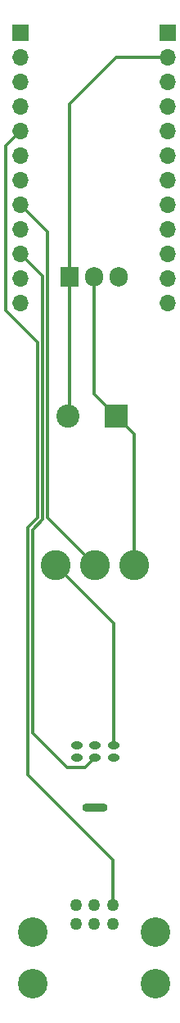
<source format=gbr>
%TF.GenerationSoftware,KiCad,Pcbnew,8.0.3*%
%TF.CreationDate,2024-06-28T16:48:33+02:00*%
%TF.ProjectId,pro micro nintendo adapter,70726f20-6d69-4637-926f-206e696e7465,rev?*%
%TF.SameCoordinates,Original*%
%TF.FileFunction,Copper,L1,Top*%
%TF.FilePolarity,Positive*%
%FSLAX46Y46*%
G04 Gerber Fmt 4.6, Leading zero omitted, Abs format (unit mm)*
G04 Created by KiCad (PCBNEW 8.0.3) date 2024-06-28 16:48:33*
%MOMM*%
%LPD*%
G01*
G04 APERTURE LIST*
%TA.AperFunction,ComponentPad*%
%ADD10O,2.650000X0.850000*%
%TD*%
%TA.AperFunction,ComponentPad*%
%ADD11O,1.200000X0.800000*%
%TD*%
%TA.AperFunction,ComponentPad*%
%ADD12R,1.700000X1.700000*%
%TD*%
%TA.AperFunction,ComponentPad*%
%ADD13O,1.700000X1.700000*%
%TD*%
%TA.AperFunction,ComponentPad*%
%ADD14C,3.100000*%
%TD*%
%TA.AperFunction,ComponentPad*%
%ADD15R,2.400000X2.400000*%
%TD*%
%TA.AperFunction,ComponentPad*%
%ADD16C,2.400000*%
%TD*%
%TA.AperFunction,ComponentPad*%
%ADD17C,3.048000*%
%TD*%
%TA.AperFunction,ComponentPad*%
%ADD18C,1.270000*%
%TD*%
%TA.AperFunction,ComponentPad*%
%ADD19R,1.905000X2.000000*%
%TD*%
%TA.AperFunction,ComponentPad*%
%ADD20O,1.905000X2.000000*%
%TD*%
%TA.AperFunction,Conductor*%
%ADD21C,0.300000*%
%TD*%
G04 APERTURE END LIST*
D10*
%TO.P,U3,*%
%TO.N,*%
X131662000Y-127797000D03*
D11*
%TO.P,U3,1,5v*%
%TO.N,unconnected-(U3-5v-Pad1)*%
X133572000Y-122682000D03*
%TO.P,U3,2,DATA*%
%TO.N,Net-(U1-7)*%
X131662000Y-122682000D03*
%TO.P,U3,3,GND*%
%TO.N,Net-(3v3_regulator1-GND)*%
X129752000Y-122682000D03*
%TO.P,U3,4,GND*%
X133572000Y-121412000D03*
%TO.P,U3,5,NC*%
%TO.N,unconnected-(U3-NC-Pad5)*%
X131662000Y-121412000D03*
%TO.P,U3,6,3.3v*%
%TO.N,Net-(3v3_regulator1-VO)*%
X129752000Y-121412000D03*
%TD*%
D12*
%TO.P,U1,1,TX*%
%TO.N,unconnected-(U1-TX-Pad1)*%
X123952000Y-47713400D03*
D13*
%TO.P,U1,2,RX*%
%TO.N,unconnected-(U1-RX-Pad2)*%
X123952000Y-50253400D03*
%TO.P,U1,3,GND*%
%TO.N,unconnected-(U1-GND-Pad3)*%
X123952000Y-52793400D03*
%TO.P,U1,4,GND*%
%TO.N,unconnected-(U1-GND-Pad4)*%
X123952000Y-55333400D03*
%TO.P,U1,5,SDA*%
%TO.N,Net-(U1-SDA)*%
X123952000Y-57873400D03*
%TO.P,U1,6,SCL*%
%TO.N,Net-(U1-SCL)*%
X123952000Y-60413400D03*
%TO.P,U1,7,A6*%
%TO.N,unconnected-(U1-A6-Pad7)*%
X123952000Y-62953400D03*
%TO.P,U1,8,5*%
%TO.N,Net-(N64_controller1-DATA)*%
X123952000Y-65493400D03*
%TO.P,U1,9,A7*%
%TO.N,unconnected-(U1-A7-Pad9)*%
X123952000Y-68033400D03*
%TO.P,U1,10,7*%
%TO.N,Net-(U1-7)*%
X123952000Y-70573400D03*
%TO.P,U1,11,A8*%
%TO.N,unconnected-(U1-A8-Pad11)*%
X123952000Y-73113400D03*
%TO.P,U1,12,A9*%
%TO.N,unconnected-(U1-A9-Pad12)*%
X123952000Y-75653400D03*
D12*
%TO.P,U1,13,RAW*%
%TO.N,Net-(3v3_regulator1-VI)*%
X139192000Y-47713400D03*
D13*
%TO.P,U1,14,GND*%
%TO.N,Net-(3v3_regulator1-GND)*%
X139192000Y-50253400D03*
%TO.P,U1,15,RST*%
%TO.N,unconnected-(U1-RST-Pad15)*%
X139192000Y-52793400D03*
%TO.P,U1,16,VCC*%
%TO.N,unconnected-(U1-VCC-Pad16)*%
X139192000Y-55333400D03*
%TO.P,U1,17,A3*%
%TO.N,unconnected-(U1-A3-Pad17)*%
X139192000Y-57873400D03*
%TO.P,U1,18,A2*%
%TO.N,unconnected-(U1-A2-Pad18)*%
X139192000Y-60413400D03*
%TO.P,U1,19,A1*%
%TO.N,unconnected-(U1-A1-Pad19)*%
X139192000Y-62953400D03*
%TO.P,U1,20,A0*%
%TO.N,unconnected-(U1-A0-Pad20)*%
X139192000Y-65493400D03*
%TO.P,U1,21,SCLK*%
%TO.N,unconnected-(U1-SCLK-Pad21)*%
X139192000Y-68033400D03*
%TO.P,U1,22,MISO*%
%TO.N,unconnected-(U1-MISO-Pad22)*%
X139192000Y-70573400D03*
%TO.P,U1,23,MOSI*%
%TO.N,unconnected-(U1-MOSI-Pad23)*%
X139192000Y-73113400D03*
%TO.P,U1,24,A10*%
%TO.N,unconnected-(U1-A10-Pad24)*%
X139192000Y-75653400D03*
%TD*%
D14*
%TO.P,N64_controller1,1,3.3v*%
%TO.N,Net-(3v3_regulator1-VO)*%
X135722000Y-102762750D03*
%TO.P,N64_controller1,2,DATA*%
%TO.N,Net-(N64_controller1-DATA)*%
X131658000Y-102762750D03*
%TO.P,N64_controller1,3,GND*%
%TO.N,Net-(3v3_regulator1-GND)*%
X127594000Y-102762750D03*
%TD*%
D15*
%TO.P,C1,1*%
%TO.N,Net-(3v3_regulator1-VO)*%
X133869729Y-87376000D03*
D16*
%TO.P,C1,2*%
%TO.N,Net-(3v3_regulator1-GND)*%
X128869729Y-87376000D03*
%TD*%
D17*
%TO.P,U2,*%
%TO.N,*%
X137922000Y-146050000D03*
X137922000Y-140716000D03*
X125222000Y-146050000D03*
X125222000Y-140716000D03*
D18*
%TO.P,U2,1,VCC_3.3V*%
%TO.N,Net-(3v3_regulator1-VO)*%
X129667000Y-137922000D03*
%TO.P,U2,2,SCL*%
%TO.N,Net-(U1-SCL)*%
X129667000Y-139827000D03*
%TO.P,U2,3,Detect_device*%
%TO.N,unconnected-(U2-Detect_device-Pad3)*%
X131572000Y-137922000D03*
%TO.P,U2,4,NC*%
%TO.N,unconnected-(U2-NC-Pad4)*%
X131572000Y-139827000D03*
%TO.P,U2,5,SDA*%
%TO.N,Net-(U1-SDA)*%
X133477000Y-137922000D03*
%TO.P,U2,6,GND*%
%TO.N,Net-(3v3_regulator1-GND)*%
X133477000Y-139827000D03*
%TD*%
D19*
%TO.P,3v3_regulator1,1,GND*%
%TO.N,Net-(3v3_regulator1-GND)*%
X129032000Y-72984000D03*
D20*
%TO.P,3v3_regulator1,2,VO*%
%TO.N,Net-(3v3_regulator1-VO)*%
X131572000Y-72984000D03*
%TO.P,3v3_regulator1,3,VI*%
%TO.N,Net-(3v3_regulator1-VI)*%
X134112000Y-72984000D03*
%TD*%
D21*
%TO.N,Net-(3v3_regulator1-VO)*%
X135722000Y-89228271D02*
X133869729Y-87376000D01*
X135722000Y-102762750D02*
X135722000Y-89228271D01*
X131572000Y-72984000D02*
X131572000Y-85078271D01*
X131572000Y-85078271D02*
X133869729Y-87376000D01*
%TO.N,Net-(3v3_regulator1-GND)*%
X129032000Y-55118000D02*
X129032000Y-72984000D01*
X133896600Y-50253400D02*
X129032000Y-55118000D01*
X133572000Y-108740750D02*
X127594000Y-102762750D01*
X129032000Y-87213729D02*
X128869729Y-87376000D01*
X133572000Y-121412000D02*
X133572000Y-108740750D01*
X139192000Y-50253400D02*
X133896600Y-50253400D01*
X129032000Y-72984000D02*
X129032000Y-87213729D01*
%TO.N,Net-(N64_controller1-DATA)*%
X126746000Y-68287400D02*
X123952000Y-65493400D01*
X126746000Y-97850750D02*
X126746000Y-68287400D01*
X131658000Y-102762750D02*
X126746000Y-97850750D01*
%TO.N,Net-(U1-SDA)*%
X133477000Y-133223000D02*
X124722000Y-124468000D01*
X124722000Y-124468000D02*
X124722000Y-98874751D01*
X125746000Y-79772000D02*
X122428000Y-76454000D01*
X122428000Y-76454000D02*
X122428000Y-59397400D01*
X133477000Y-137922000D02*
X133477000Y-133223000D01*
X124722000Y-98874751D02*
X125746000Y-97850751D01*
X125746000Y-97850751D02*
X125746000Y-79772000D01*
X122428000Y-59397400D02*
X123952000Y-57873400D01*
%TO.N,Net-(U1-7)*%
X126246000Y-72867400D02*
X123952000Y-70573400D01*
X128778000Y-123698000D02*
X125222000Y-120142000D01*
X125222000Y-120142000D02*
X125222000Y-99081857D01*
X130646000Y-123698000D02*
X128778000Y-123698000D01*
X126246000Y-98057857D02*
X126246000Y-72867400D01*
X131662000Y-122682000D02*
X130646000Y-123698000D01*
X125222000Y-99081857D02*
X126246000Y-98057857D01*
%TD*%
M02*

</source>
